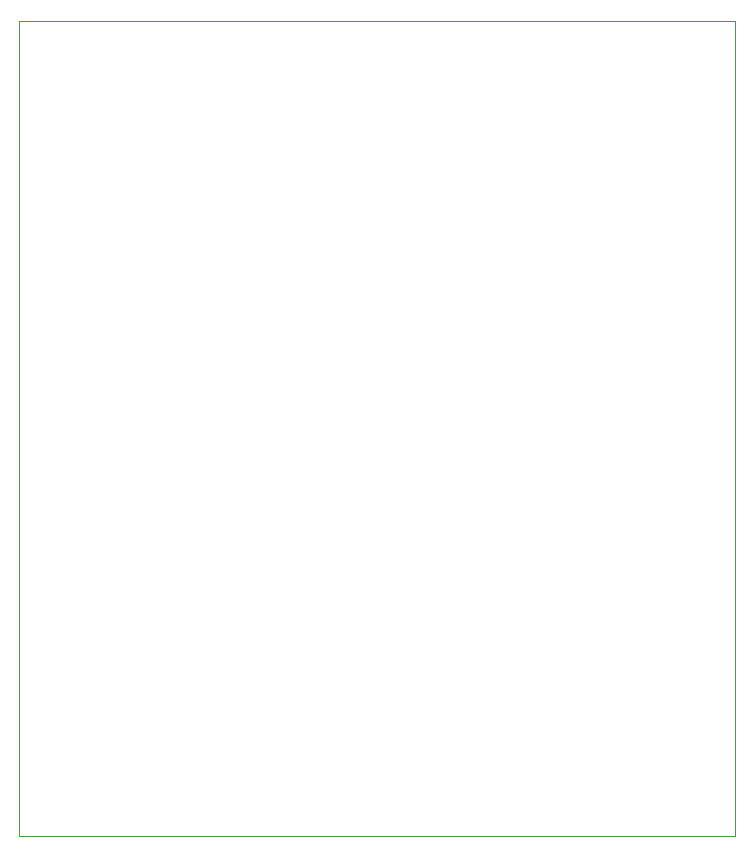
<source format=gbr>
%TF.GenerationSoftware,KiCad,Pcbnew,(7.0.0-0)*%
%TF.CreationDate,2023-05-30T21:51:57-06:00*%
%TF.ProjectId,Phase D PCB,50686173-6520-4442-9050-43422e6b6963,rev?*%
%TF.SameCoordinates,Original*%
%TF.FileFunction,Profile,NP*%
%FSLAX46Y46*%
G04 Gerber Fmt 4.6, Leading zero omitted, Abs format (unit mm)*
G04 Created by KiCad (PCBNEW (7.0.0-0)) date 2023-05-30 21:51:57*
%MOMM*%
%LPD*%
G01*
G04 APERTURE LIST*
%TA.AperFunction,Profile*%
%ADD10C,0.100000*%
%TD*%
G04 APERTURE END LIST*
D10*
X113100000Y-55100000D02*
X173800000Y-55100000D01*
X173800000Y-55100000D02*
X173800000Y-124100000D01*
X173800000Y-124100000D02*
X113100000Y-124100000D01*
X113100000Y-124100000D02*
X113100000Y-55100000D01*
M02*

</source>
